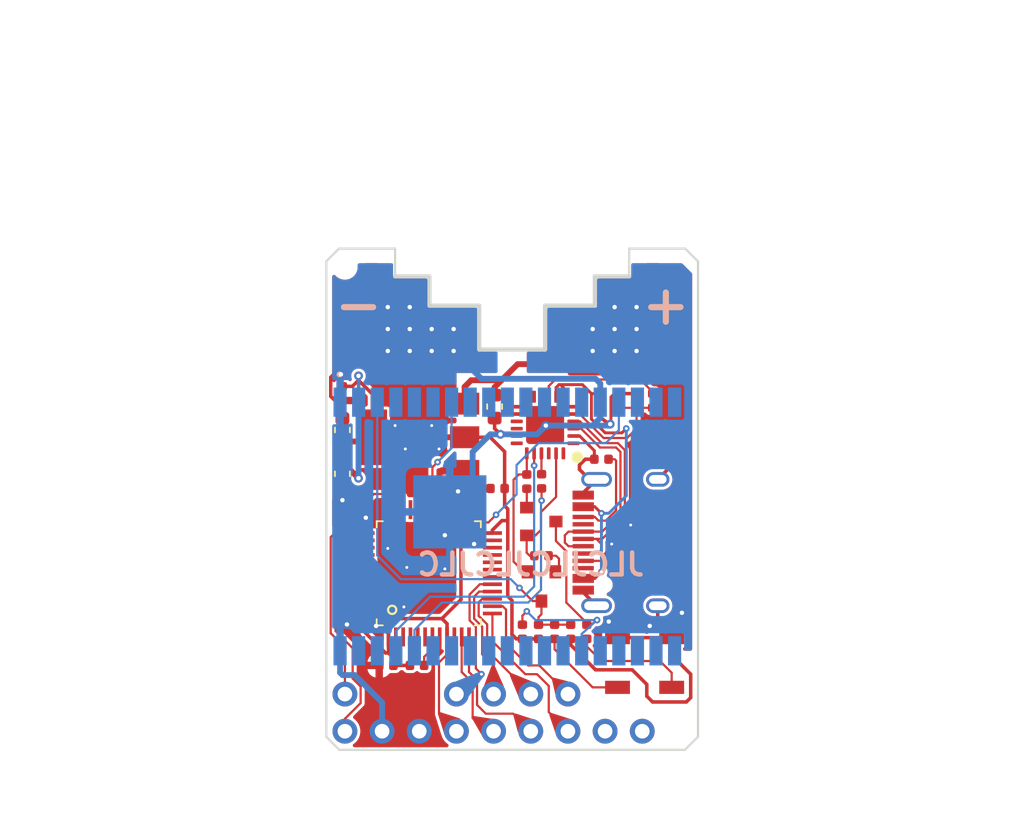
<source format=kicad_pcb>
(kicad_pcb (version 20241229) (generator "pcbnew") (generator_version "9.0")
  (layers (0 "F.Cu" signal) (4 "In1.Cu" signal) (6 "In2.Cu" signal) (2 "B.Cu" signal) (13 "F.Paste" user) (15 "B.Paste" user) (5 "F.SilkS" user "F.Silkscreen") (7 "B.SilkS" user "B.Silkscreen") (1 "F.Mask" user) (3 "B.Mask" user) (25 "Edge.Cuts" user))
  (net 0 "")
  (net 1 "Net-(U4-REGIN)")
  (net 2 "Net-(J1-Pin_6)")
  (net 3 "Net-(J1-Pin_3)")
  (net 4 "Net-(J1-Pin_4)")
  (net 5 "Net-(J1-Pin_5)")
  (net 6 "Net-(U4-D+)")
  (net 7 "Net-(J2-CC2)")
  (net 9 "Net-(U4-D-)")
  (net 11 "Net-(J2-CC1)")
  (net 12 "Net-(J3-Pin_4)")
  (net 13 "Net-(J3-Pin_2)")
  (net 14 "Net-(J3-Pin_1)")
  (net 15 "Net-(J3-Pin_3)")
  (net 16 "Net-(Q1-G)")
  (net 17 "Net-(Q1-S)")
  (net 18 "Net-(Q2-S)")
  (net 19 "Net-(Q2-G)")
  (net 20 "Net-(U4-TXD)")
  (net 21 "Net-(U4-~{RST})")
  (net 22 "Net-(U2-NRST)")
  (net 23 "Net-(U2-BOOT0)")
  (net 24 "Net-(SW1-A)")
  (net 25 "Net-(SW2-A)")
  (net 46 "GND")
  (net 48 "+5V")
  (net 49 "3V3")
  (net 50 "VIO")
  (net 51 "ESPEN")
  (net 60 "ESPRST")
  (net 61 "ESPRX")
  (net 66 "ESPTX")
  (net 67 "STMTX")
  (net 68 "STMRX")
  (net 69 "SWDIO")
  (net 70 "SWDCLK")
  (footprint "Connector_PinHeader_2.54mm:PinHeader_1x08_P2.54mm_Vertical" (layer "F.Cu") (at 0 0 90)
    (property "Reference" "J1" (hide yes))
    (property "Value" "Conn_01x08_Male")
  )
  (footprint "MountingHole:MountingHole_3.2mm_M3" (layer "F.Cu") (at -11.43 -31.75)
    (property "Reference" "REF**" (hide yes))
    (property "Value" "MountingHole_3.2mm_M3")
  )
  (footprint "MountingHole:MountingHole_3.2mm_M3" (layer "F.Cu") (at 11.43 0)
    (property "Reference" "REF**" (hide yes))
    (property "Value" "MountingHole_3.2mm_M3")
  )
  (footprint "Connector_PinHeader_2.54mm:PinHeader_1x04_P2.54mm_Vertical" (layer "F.Cu") (at -3.81 -2.54 90)
    (property "Reference" "J3" (hide yes))
    (property "Value" "Conn_01x04_Male")
  )
  (footprint "Connector_PinHeader_2.54mm:PinHeader_1x02_P2.54mm_Vertical" (layer "F.Cu") (at -11.43 -2.54)
    (property "Reference" "J4" (hide yes))
    (property "Value" "Conn_01x02_Male")
  )
  (footprint "Package_TO_SOT_SMD:SOT-23" (layer "F.Cu") (at 1.99 -14.34)
    (property "Reference" "Q2" (hide yes))
    (property "Value" "AO3400")
  )
  (footprint "Package_TO_SOT_SMD:SOT-23" (layer "F.Cu") (at 2 -9.9 -90)
    (property "Reference" "Q1" (hide yes))
    (property "Value" "AO3400")
  )
  (footprint "Package_DFN_QFN:QFN-24-1EP_4x4mm_P0.5mm_EP2.6x2.6mm" (layer "F.Cu") (at 2.25 -20.9375 90)
    (property "Reference" "U4" (hide yes))
    (property "Value" "CP2104")
  )
  (footprint "footprints:USB_C_Receptacle_HRO_TYPE-C-31-M-12" (layer "F.Cu") (at 8.9 -12.9 90)
    (property "Reference" "J2" (hide yes))
    (property "Value" "USB_C_Receptacle_USB2.0")
  )
  (footprint "Button_Switch_SMD:SW_SPST_B3U-1000P" (layer "F.Cu") (at 7.2 -4.7 90)
    (property "Reference" "SW1" (hide yes))
    (property "Value" "SW_SPST")
  )
  (footprint "Button_Switch_SMD:SW_SPST_B3U-1000P" (layer "F.Cu") (at 10.9 -4.7 90)
    (property "Reference" "SW2" (hide yes))
    (property "Value" "SW_SPST")
  )
  (footprint "esp32-wrover:C_0603_1608Metric" (layer "F.Cu") (at -1.2 -22.2 -90)
    (property "Reference" "C2" (hide yes))
    (property "Value" "10uF")
  )
  (footprint "Resistor_SMD:R_0402_1005Metric" (layer "F.Cu") (at 2.01 -17.09 90)
    (property "Reference" "R1" (hide yes))
    (property "Value" "1k")
  )
  (footprint "Package_TO_SOT_SMD:SOT-223-3_TabPin2" (layer "F.Cu") (at -6.4 -20.1)
    (property "Reference" "U3" (hide yes))
    (property "Value" "AMS1117-3.3")
  )
  (footprint "esp32-wrover:C_0603_1608Metric" (layer "F.Cu") (at -11.6 -17.6 -90)
    (property "Reference" "C9" (hide yes))
    (property "Value" "10uF")
  )
  (footprint "esp32-wrover:C_0603_1608Metric" (layer "F.Cu") (at -11.6 -20.6 90)
    (property "Reference" "C4" (hide yes))
    (property "Value" "10uF")
  )
  (footprint "Capacitor_SMD:C_0402_1005Metric" (layer "F.Cu") (at -1 -16.6 180)
    (property "Reference" "C10" (hide yes))
    (property "Value" "100nF")
  )
  (footprint "Capacitor_SMD:C_0402_1005Metric" (layer "F.Cu") (at 6.1 -22.6 -90)
    (property "Reference" "C1" (hide yes))
    (property "Value" "1uF")
  )
  (footprint "Capacitor_SMD:C_0402_1005Metric" (layer "F.Cu") (at 8.5 -22.6 90)
    (property "Reference" "C3" (hide yes))
    (property "Value" "100nF")
  )
  (footprint "Capacitor_SMD:C_0402_1005Metric" (layer "F.Cu") (at -11.6 -23.1 -90)
    (property "Reference" "C5" (hide yes))
    (property "Value" "100nF")
  )
  (footprint "Capacitor_SMD:C_0402_1005Metric" (layer "F.Cu") (at 7.4 -22.6 90)
    (property "Reference" "C6" (hide yes))
    (property "Value" "1uF")
  )
  (footprint "Capacitor_SMD:C_0402_1005Metric" (layer "F.Cu") (at -8.6 -4.5 180)
    (property "Reference" "C8" (hide yes))
    (property "Value" "100nF")
  )
  (footprint "Resistor_SMD:R_0402_1005Metric" (layer "F.Cu") (at 9.6 -22.6 90)
    (property "Reference" "R2" (hide yes))
    (property "Value" "10k")
  )
  (footprint "Resistor_SMD:R_0402_1005Metric" (layer "F.Cu") (at 2 -12 180)
    (property "Reference" "R3" (hide yes))
    (property "Value" "10k")
  )
  (footprint "Resistor_SMD:R_0402_1005Metric" (layer "F.Cu") (at 1 -17.07 90)
    (property "Reference" "R4" (hide yes))
    (property "Value" "10k")
  )
  (footprint "Resistor_SMD:R_0402_1005Metric" (layer "F.Cu") (at 1.8 -6.8 90)
    (property "Reference" "R5" (hide yes))
    (property "Value" "10k")
  )
  (footprint "Resistor_SMD:R_0402_1005Metric" (layer "F.Cu") (at -6.5 -4.5 180)
    (property "Reference" "R6" (hide yes))
    (property "Value" "10k")
  )
  (footprint "Resistor_SMD:R_0402_1005Metric" (layer "F.Cu") (at -11.41 -9.57 -90)
    (property "Reference" "R7" (hide yes))
    (property "Value" "10k")
  )
  (footprint "Resistor_SMD:R_0402_1005Metric" (layer "F.Cu") (at 9.3 -18.6 180)
    (property "Reference" "R8" (hide yes))
    (property "Value" "5.1k")
  )
  (footprint "Resistor_SMD:R_0402_1005Metric" (layer "F.Cu") (at 6.1 -18.6)
    (property "Reference" "R9" (hide yes))
    (property "Value" "5.1k")
  )
  (footprint "Resistor_SMD:R_0402_1005Metric" (layer "F.Cu") (at 2.9 -6.8 -90)
    (property "Reference" "R10" (hide yes))
    (property "Value" "470 Ohm")
  )
  (footprint "Resistor_SMD:R_0402_1005Metric" (layer "F.Cu") (at 0.7 -6.8 90)
    (property "Reference" "R11" (hide yes))
    (property "Value" "10k")
  )
  (footprint "Resistor_SMD:R_0402_1005Metric" (layer "F.Cu") (at 5.1 -6.8 -90)
    (property "Reference" "R12" (hide yes))
    (property "Value" "470 Ohm")
  )
  (footprint "Package_QFP:LQFP-48_7x7mm_P0.5mm" (layer "F.Cu") (at -5.7 -10.8 90)
    (property "Reference" "U2" (hide yes))
    (property "Value" "STM32F030C8Tx")
  )
  (footprint "Capacitor_SMD:C_0402_1005Metric" (layer "F.Cu") (at 4 -6.8 -90)
    (property "Reference" "C7" (hide yes))
    (property "Value" "1uF")
  )
  (footprint "esp32-wrover:XCVR_ESP32-WROVER" (layer "B.Cu") (at -3.5 -14 -90)
    (property "Reference" "U1" (hide yes))
    (property "Value" "ESP32-WROVER")
  )
  (gr_line (start 9.5 -29) (end 11.5 -29) (stroke (width 0.4)) (layer "F.SilkS"))
  (gr_line (start 10.5 -28) (end 10.5 -30) (stroke (width 0.4)) (layer "F.SilkS"))
  (gr_line (start -11.5 -29) (end -9.5 -29) (stroke (width 0.4)) (layer "F.SilkS"))
  (gr_line (start 9.5 -29) (end 11.5 -29) (stroke (width 0.4)) (layer "B.SilkS"))
  (gr_line (start -11.5 -29) (end -9.5 -29) (stroke (width 0.4)) (layer "B.SilkS"))
  (gr_line (start 10.5 -28) (end 10.5 -30) (stroke (width 0.4)) (layer "B.SilkS"))
  (gr_line (start 5.649267 -31.09991) (end 5.649267 -29.100034) (stroke (width 0.282843)) (layer "Edge.Cuts"))
  (gr_line (start -12.7 0.381) (end -12.7 -32.131) (stroke (width 0.15)) (layer "Edge.Cuts"))
  (gr_line (start -2.249992 -26.099698) (end -2.249992 -29.100034) (stroke (width 0.282843)) (layer "Edge.Cuts"))
  (gr_line (start 12.7 0.381) (end 12.7 -32.131) (stroke (width 0.15)) (layer "Edge.Cuts"))
  (gr_line (start -12.7 0.381) (end -11.811 1.27) (stroke (width 0.15)) (layer "Edge.Cuts"))
  (gr_line (start -11.83 -33) (end -8 -33) (stroke (width 0.15)) (layer "Edge.Cuts"))
  (gr_line (start -5.649784 -31.09991) (end -8.000028 -31.09991) (stroke (width 0.282843)) (layer "Edge.Cuts"))
  (gr_line (start 8 -33) (end 11.83 -33) (stroke (width 0.15)) (layer "Edge.Cuts"))
  (gr_line (start 11.83 -33) (end 12.7 -32.131) (stroke (width 0.15)) (layer "Edge.Cuts"))
  (gr_line (start -11.811 1.27) (end 11.811 1.27) (stroke (width 0.15)) (layer "Edge.Cuts"))
  (gr_line (start 2.249992 -26.099698) (end -2.249992 -26.099698) (stroke (width 0.282843)) (layer "Edge.Cuts"))
  (gr_line (start -2.249992 -29.100034) (end -5.649784 -29.100034) (stroke (width 0.282843)) (layer "Edge.Cuts"))
  (gr_line (start 11.811 1.27) (end 12.7 0.381) (stroke (width 0.15)) (layer "Edge.Cuts"))
  (gr_line (start -5.649784 -29.100034) (end -5.649784 -31.09991) (stroke (width 0.282843)) (layer "Edge.Cuts"))
  (gr_line (start -8 -31.1) (end -8 -33) (stroke (width 0.15)) (layer "Edge.Cuts"))
  (gr_line (start 7.999512 -31.09991) (end 5.649267 -31.09991) (stroke (width 0.282843)) (layer "Edge.Cuts"))
  (gr_line (start 5.649267 -29.100034) (end 2.249992 -29.100034) (stroke (width 0.282843)) (layer "Edge.Cuts"))
  (gr_line (start -12.7 -32.131) (end -11.83 -33) (stroke (width 0.15)) (layer "Edge.Cuts"))
  (gr_line (start 2.249992 -29.100034) (end 2.249992 -26.099698) (stroke (width 0.282843)) (layer "Edge.Cuts"))
  (gr_line (start 8 -31.1) (end 8 -33) (stroke (width 0.15)) (layer "Edge.Cuts"))
  (gr_text "JLCJLCJLCJLC" (at 1.27 -11.4 0) (layer "B.SilkS") (effects (font (size 1.5 1.5) (thickness 0.3)) (justify mirror)))
  (segment (start 3 -23.5) (end 3.2 -23.7) (width 0.2) (layer "F.Cu") (net 1))
  (segment (start 3.2 -23.7) (end 3.3 -23.7) (width 0.2) (layer "F.Cu") (net 1))
  (segment (start 3.3 -23.7) (end 3.5 -23.5) (width 0.2) (layer "F.Cu") (net 1))
  (segment (start 3.5 -23.5) (end 3.5 -22.875) (width 0.2) (layer "F.Cu") (net 1))
  (segment (start 4.8 -23.7) (end 5.415 -23.085) (width 0.2) (layer "F.Cu") (net 1))
  (segment (start 5.415 -23.085) (end 6.1 -23.085) (width 0.2) (layer "F.Cu") (net 1))
  (segment (start 6.1 -14.9) (end 5.65 -15.35) (width 0.2) (layer "F.Cu") (net 1))
  (segment (start 5.65 -15.35) (end 4.855 -15.35) (width 0.2) (layer "F.Cu") (net 1))
  (segment (start 6.1 -10.9) (end 5.65 -10.45) (width 0.2) (layer "F.Cu") (net 1))
  (segment (start 5.65 -10.45) (end 4.855 -10.45) (width 0.2) (layer "F.Cu") (net 1))
  (segment (start 5.415 -21.344622) (end 6.359622 -20.4) (width 0.2) (layer "F.Cu") (net 1))
  (segment (start 6.359622 -20.4) (end 7.5 -20.4) (width 0.2) (layer "F.Cu") (net 1))
  (segment (start 7.5 -20.4) (end 7.8 -20.7) (width 0.2) (layer "F.Cu") (net 1))
  (segment (start 5.415 -21.344622) (end 5.415 -23.085) (width 0.2) (layer "F.Cu") (net 1))
  (segment (start 3 -22.875) (end 3 -23.5) (width 0.2) (layer "F.Cu") (net 1))
  (segment (start 3.3 -23.7) (end 4.8 -23.7) (width 0.2) (layer "F.Cu") (net 1))
  (via (at 7.8 -20.7) (size 0.45) (drill 0.2) (layers "F.Cu" "B.Cu") (net 1))
  (via (at 6.1 -14.9) (size 0.45) (drill 0.2) (layers "F.Cu" "B.Cu") (net 1))
  (via (at 6.1 -10.9) (size 0.45) (drill 0.2) (layers "F.Cu" "B.Cu") (net 1))
  (segment (start 7.8 -20.7) (end 7.8 -16.1) (width 0.2) (layer "B.Cu") (net 1))
  (segment (start 7.8 -16.1) (end 6.6 -14.9) (width 0.2) (layer "B.Cu") (net 1))
  (segment (start 6.1 -14.9) (end 6.6 -14.9) (width 0.2) (layer "B.Cu") (net 1))
  (segment (start 6.1 -14.9) (end 6.1 -10.9) (width 0.2) (layer "B.Cu") (net 1))
  (segment (start -1.35 -6.15) (end 0.9 -3.9) (width 0.15) (layer "F.Cu") (net 2))
  (segment (start 0.9 -3.9) (end 1.7 -3.9) (width 0.15) (layer "F.Cu") (net 2))
  (segment (start 1.7 -3.9) (end 2.5 -3.1) (width 0.15) (layer "F.Cu") (net 2))
  (segment (start 2.5 -3.1) (end 2.5 -1.31) (width 0.15) (layer "F.Cu") (net 2))
  (segment (start 3.81 0) (end 2.5 -1.31) (width 0.15) (layer "F.Cu") (net 2))
  (segment (start -1.35 -6.15) (end -1.35 -8.05) (width 0.15) (layer "F.Cu") (net 2))
  (segment (start -1.35 -8.05) (end -1.35 -7.95) (width 0.15) (layer "F.Cu") (net 2))
  (segment (start -3.95 -6.45) (end -3.95 -5.75) (width 0.15) (layer "F.Cu") (net 3))
  (segment (start -3.95 -5.75) (end -5 -4.7) (width 0.15) (layer "F.Cu") (net 3))
  (segment (start -5 -1.19) (end -3.81 0) (width 0.15) (layer "F.Cu") (net 3))
  (segment (start -5 -4.7) (end -5 -1.19) (width 0.15) (layer "F.Cu") (net 3))
  (segment (start -3.45 -4.05) (end -2.7 -3.3) (width 0.15) (layer "F.Cu") (net 4))
  (segment (start -2.7 -0.9) (end -1.8 0) (width 0.15) (layer "F.Cu") (net 4))
  (segment (start -1.8 0) (end -1.27 0) (width 0.15) (layer "F.Cu") (net 4))
  (segment (start -3.45 -6.45) (end -3.45 -4.05) (width 0.15) (layer "F.Cu") (net 4))
  (segment (start -2.7 -3.3) (end -2.7 -0.9) (width 0.15) (layer "F.Cu") (net 4))
  (segment (start -2.399998 -1.799998) (end -1.8 -1.2) (width 0.15) (layer "F.Cu") (net 5))
  (segment (start -2.95 -4.05) (end -2.399998 -3.499998) (width 0.15) (layer "F.Cu") (net 5))
  (segment (start -1.8 -1.2) (end 0.07 -1.2) (width 0.15) (layer "F.Cu") (net 5))
  (segment (start 0.07 -1.2) (end 1.27 0) (width 0.15) (layer "F.Cu") (net 5))
  (segment (start -2.399998 -3.499998) (end -2.399998 -1.799998) (width 0.15) (layer "F.Cu") (net 5))
  (segment (start -2.95 -6.45) (end -2.95 -4.05) (width 0.15) (layer "F.Cu") (net 5))
  (segment (start 3.85 -12.65) (end 3.6 -12.9) (width 0.15) (layer "F.Cu") (net 6))
  (segment (start 3.6 -12.9) (end 3.6 -13.4) (width 0.15) (layer "F.Cu") (net 6))
  (segment (start 3.6 -13.4) (end 3.85 -13.65) (width 0.15) (layer "F.Cu") (net 6))
  (segment (start 3.85 -13.65) (end 4.855 -13.65) (width 0.15) (layer "F.Cu") (net 6))
  (segment (start 4.6125 -20.6875) (end 4.1875 -20.6875) (width 0.15) (layer "F.Cu") (net 6))
  (segment (start 7.4 -19.1) (end 7.100002 -19.399998) (width 0.15) (layer "F.Cu") (net 6))
  (segment (start 7.4 -14.9) (end 7.4 -19.1) (width 0.15) (layer "F.Cu") (net 6))
  (segment (start 6.15 -13.65) (end 7.4 -14.9) (width 0.15) (layer "F.Cu") (net 6))
  (segment (start 6.000002 -19.399998) (end 7.100002 -19.399998) (width 0.15) (layer "F.Cu") (net 6))
  (segment (start 4.7125 -20.6875) (end 4.1875 -20.6875) (width 0.15) (layer "F.Cu") (net 6))
  (segment (start 4.855 -12.65) (end 3.85 -12.65) (width 0.15) (layer "F.Cu") (net 6))
  (segment (start 4.7125 -20.6875) (end 6.000002 -19.399998) (width 0.15) (layer "F.Cu") (net 6))
  (segment (start 4.855 -13.65) (end 6.15 -13.65) (width 0.15) (layer "F.Cu") (net 6))
  (segment (start 5.65 -14.65) (end 5.9 -14.4) (width 0.15) (layer "F.Cu") (net 7))
  (segment (start 5.9 -14.4) (end 6.4 -14.4) (width 0.15) (layer "F.Cu") (net 7))
  (segment (start 6.4 -14.4) (end 7.1 -15.1) (width 0.15) (layer "F.Cu") (net 7))
  (segment (start 7.1 -18.5) (end 7 -18.6) (width 0.15) (layer "F.Cu") (net 7))
  (segment (start 7 -18.6) (end 6.585 -18.6) (width 0.15) (layer "F.Cu") (net 7))
  (segment (start 4.855 -14.65) (end 5.65 -14.65) (width 0.15) (layer "F.Cu") (net 7))
  (segment (start 7.1 -15.1) (end 7.1 -18.5) (width 0.15) (layer "F.Cu") (net 7))
  (segment (start 5.85 -12.15) (end 6.1 -12.4) (width 0.15) (layer "F.Cu") (net 9))
  (segment (start 6.1 -12.4) (end 6.1 -12.8) (width 0.15) (layer "F.Cu") (net 9))
  (segment (start 6.1 -12.8) (end 5.75 -13.15) (width 0.15) (layer "F.Cu") (net 9))
  (segment (start 5.75 -13.15) (end 4.855 -13.15) (width 0.15) (layer "F.Cu") (net 9))
  (segment (start 7.7 -14.7) (end 7.7 -19.224279) (width 0.15) (layer "F.Cu") (net 9))
  (segment (start 4.636779 -21.1875) (end 4.1875 -21.1875) (width 0.15) (layer "F.Cu") (net 9))
  (segment (start 6.15 -13.15) (end 7.7 -14.7) (width 0.15) (layer "F.Cu") (net 9))
  (segment (start 5.75 -13.15) (end 6.15 -13.15) (width 0.15) (layer "F.Cu") (net 9))
  (segment (start 6.12427 -19.700009) (end 4.636779 -21.1875) (width 0.15) (layer "F.Cu") (net 9))
  (segment (start 4.855 -12.15) (end 5.85 -12.15) (width 0.15) (layer "F.Cu") (net 9))
  (segment (start 7.22427 -19.700009) (end 6.12427 -19.700009) (width 0.15) (layer "F.Cu") (net 9))
  (segment (start 7.7 -19.224279) (end 7.22427 -19.700009) (width 0.15) (layer "F.Cu") (net 9))
  (segment (start 5.73 -11.65) (end 4.855 -11.65) (width 0.15) (layer "F.Cu") (net 11))
  (segment (start 8.815 -13.715) (end 6.75 -11.65) (width 0.15) (layer "F.Cu") (net 11))
  (segment (start 6.75 -11.65) (end 5.73 -11.65) (width 0.15) (layer "F.Cu") (net 11))
  (segment (start 8.815 -18.6) (end 8.815 -13.715) (width 0.15) (layer "F.Cu") (net 11))
  (segment (start -0.42 -6.02) (end 1.1 -4.5) (width 0.15) (layer "F.Cu") (net 12))
  (segment (start -1.35 -8.55) (end -0.65 -8.55) (width 0.15) (layer "F.Cu") (net 12))
  (segment (start -0.42 -8.32) (end -0.42 -6.02) (width 0.15) (layer "F.Cu") (net 12))
  (segment (start 1.1 -4.5) (end 1.85 -4.5) (width 0.15) (layer "F.Cu") (net 12))
  (segment (start 1.85 -4.5) (end 3.81 -2.54) (width 0.15) (layer "F.Cu") (net 12))
  (segment (start -0.65 -8.55) (end -0.42 -8.32) (width 0.15) (layer "F.Cu") (net 12))
  (segment (start -1.27 -4.48) (end -2.05 -5.26) (width 0.15) (layer "F.Cu") (net 13))
  (segment (start -2.25 -9.55) (end -2.6 -9.2) (width 0.15) (layer "F.Cu") (net 13))
  (segment (start -2.6 -9.2) (end -2.6 -7.7) (width 0.15) (layer "F.Cu") (net 13))
  (segment (start -1.35 -9.55) (end -2.25 -9.55) (width 0.15) (layer "F.Cu") (net 13))
  (segment (start -1.27 -2.54) (end -1.27 -4.48) (width 0.15) (layer "F.Cu") (net 13))
  (segment (start -2.6 -7.7) (end -2.05 -7.15) (width 0.15) (layer "F.Cu") (net 13))
  (segment (start -2.05 -7.15) (end -2.05 -5.26) (width 0.15) (layer "F.Cu") (net 13))
  (segment (start -2.21 -10.05) (end -2.91 -9.35) (width 0.15) (layer "F.Cu") (net 14))
  (segment (start -2.91 -9.35) (end -2.91 -7.579998) (width 0.15) (layer "F.Cu") (net 14))
  (segment (start -2.91 -7.579998) (end -2.48 -7.149998) (width 0.15) (layer "F.Cu") (net 14))
  (segment (start -2.48 -7.149998) (end -2.48 -4.29) (width 0.15) (layer "F.Cu") (net 14))
  (segment (start -2.48 -4.29) (end -2.05 -3.86) (width 0.15) (layer "F.Cu") (net 14))
  (segment (start -1.35 -10.05) (end -2.21 -10.05) (width 0.15) (layer "F.Cu") (net 14))
  (via (at -2.1 -3.9) (size 0.45) (drill 0.2) (layers "F.Cu" "B.Cu") (net 14))
  (segment (start -2.05 -3.86) (end -3.37 -2.54) (width 0.24) (layer "B.Cu") (net 14))
  (segment (start -3.37 -2.54) (end -3.81 -2.54) (width 0.15) (layer "B.Cu") (net 14))
  (segment (start -1.71 -7.31) (end -1.71 -5.52) (width 0.15) (layer "F.Cu") (net 15))
  (segment (start -2.05 -9.05) (end -2.287867 -8.812133) (width 0.15) (layer "F.Cu") (net 15))
  (segment (start -2.287867 -8.812133) (end -2.287867 -7.887867) (width 0.15) (layer "F.Cu") (net 15))
  (segment (start -0.045 -3.855) (end -1.71 -5.52) (width 0.15) (layer "F.Cu") (net 15))
  (segment (start -2.287867 -7.887867) (end -1.71 -7.31) (width 0.15) (layer "F.Cu") (net 15))
  (segment (start -0.045 -3.855) (end 1.27 -2.54) (width 0.15) (layer "F.Cu") (net 15))
  (segment (start -2.05 -9.05) (end -1.35 -9.05) (width 0.15) (layer "F.Cu") (net 15))
  (segment (start 3 -12) (end 3.2 -11.8) (width 0.15) (layer "F.Cu") (net 16))
  (segment (start 3.2 -11.8) (end 3.2 -11.15) (width 0.15) (layer "F.Cu") (net 16))
  (segment (start 3.2 -11.15) (end 2.95 -10.9) (width 0.15) (layer "F.Cu") (net 16))
  (segment (start 2.485 -12) (end 3 -12) (width 0.15) (layer "F.Cu") (net 16))
  (segment (start 0.795002 -10.9) (end 0.095002 -11.6) (width 0.15) (layer "F.Cu") (net 17))
  (segment (start 0.095002 -11.6) (end 0.095002 -17.195002) (width 0.15) (layer "F.Cu") (net 17))
  (segment (start 0.095002 -17.195002) (end 0.455 -17.555) (width 0.15) (layer "F.Cu") (net 17))
  (segment (start 0.455 -17.555) (end 1 -17.555) (width 0.15) (layer "F.Cu") (net 17))
  (segment (start 1.05 -10.9) (end 0.795002 -10.9) (width 0.15) (layer "F.Cu") (net 17))
  (segment (start 1 -19) (end 1 -17.555) (width 0.15) (layer "F.Cu") (net 17))
  (segment (start 0.99 -12.21) (end 1.2 -12) (width 0.15) (layer "F.Cu") (net 18))
  (segment (start 1.2 -12) (end 1.515 -12) (width 0.15) (layer "F.Cu") (net 18))
  (segment (start 3 -16.02) (end 1.97 -14.99) (width 0.15) (layer "F.Cu") (net 18))
  (segment (start 1.97 -14.99) (end 1.97 -13.77) (width 0.15) (layer "F.Cu") (net 18))
  (segment (start 1.97 -13.77) (end 1.59 -13.39) (width 0.15) (layer "F.Cu") (net 18))
  (segment (start 1.59 -13.39) (end 0.99 -13.39) (width 0.15) (layer "F.Cu") (net 18))
  (segment (start 0.99 -13.39) (end 0.99 -12.21) (width 0.15) (layer "F.Cu") (net 18))
  (segment (start 3 -19) (end 3 -16.02) (width 0.15) (layer "F.Cu") (net 18))
  (segment (start 1 -15.3) (end 0.99 -15.29) (width 0.15) (layer "F.Cu") (net 19))
  (segment (start 1 -16.585) (end 1 -15.3) (width 0.15) (layer "F.Cu") (net 19))
  (segment (start 2 -17.585) (end 2.01 -17.575) (width 0.15) (layer "F.Cu") (net 20))
  (segment (start 2 -19) (end 2 -17.585) (width 0.15) (layer "F.Cu") (net 20))
  (segment (start 9.4 -23.4) (end 8.75 -24.05) (width 0.15) (layer "F.Cu") (net 21))
  (segment (start 8.75 -24.05) (end 2.95 -24.05) (width 0.15) (layer "F.Cu") (net 21))
  (segment (start 2.95 -24.05) (end 2.5 -23.6) (width 0.15) (layer "F.Cu") (net 21))
  (segment (start 2.5 -23.6) (end 2.5 -22.875) (width 0.15) (layer "F.Cu") (net 21))
  (segment (start 9.4 -23.085) (end 9.4 -23.4) (width 0.18) (layer "F.Cu") (net 21))
  (segment (start -5.45 -5.65) (end -6.015 -5.085) (width 0.15) (layer "F.Cu") (net 22))
  (segment (start -6.015 -5.085) (end -6.015 -4.5) (width 0.15) (layer "F.Cu") (net 22))
  (segment (start -5.45 -6.45) (end -5.45 -5.65) (width 0.15) (layer "F.Cu") (net 22))
  (segment (start -10.055 -10.055) (end -10.05 -10.05) (width 0.15) (layer "F.Cu") (net 23))
  (segment (start -11.41 -10.055) (end -10.055 -10.055) (width 0.15) (layer "F.Cu") (net 23))
  (segment (start 2.9 -5.6) (end 5.5 -3) (width 0.15) (layer "F.Cu") (net 24))
  (segment (start 5.5 -3) (end 7.2 -3) (width 0.15) (layer "F.Cu") (net 24))
  (segment (start 2.9 -6.315) (end 2.9 -5.6) (width 0.15) (layer "F.Cu") (net 24))
  (segment (start 5 -5.9) (end 6.1 -4.8) (width 0.15) (layer "F.Cu") (net 25))
  (segment (start 6.1 -4.8) (end 10.1 -4.8) (width 0.15) (layer "F.Cu") (net 25))
  (segment (start 10.1 -4.8) (end 10.9 -4) (width 0.15) (layer "F.Cu") (net 25))
  (segment (start 10.9 -4) (end 10.9 -3) (width 0.15) (layer "F.Cu") (net 25))
  (segment (start 5 -6.315) (end 5 -5.9) (width 0.15) (layer "F.Cu") (net 25))
  (segment (start -8.5 -26) (end -8.3 -25.8) (width 0.4) (layer "F.Cu") (net 46))
  (segment (start 6.7 -21) (end 6.65 -21.05) (width 0.4) (layer "F.Cu") (net 46))
  (segment (start 6.65 -21.05) (end 6.56 -21.05) (width 0.4) (layer "F.Cu") (net 46))
  (segment (start -9.085 -0.195) (end -8.89 0) (width 0.24) (layer "F.Cu") (net 46))
  (segment (start -11.7 -24.4) (end -11.6 -24.3) (width 0.24) (layer "F.Cu") (net 46))
  (segment (start -11.6 -22.615) (end -11.615 -22.6) (width 0.24) (layer "F.Cu") (net 46))
  (segment (start -11.615 -22.6) (end -12.1 -22.6) (width 0.24) (layer "F.Cu") (net 46))
  (segment (start -12.1 -22.6) (end -12.4 -22.9) (width 0.24) (layer "F.Cu") (net 46))
  (segment (start -12.4 -22.9) (end -12.4 -24.2) (width 0.24) (layer "F.Cu") (net 46))
  (segment (start -12.4 -24.2) (end -12.2 -24.4) (width 0.24) (layer "F.Cu") (net 46))
  (segment (start -12.2 -24.4) (end -11.7 -24.4) (width 0.24) (layer "F.Cu") (net 46))
  (segment (start 4 -5.9) (end 5.7 -4.2) (width 0.24) (layer "F.Cu") (net 46))
  (segment (start 5.7 -4.2) (end 8.2 -4.2) (width 0.24) (layer "F.Cu") (net 46))
  (segment (start 8.2 -4.2) (end 9.2 -3.2) (width 0.24) (layer "F.Cu") (net 46))
  (segment (start 9.2 -3.2) (end 9.2 -2.4) (width 0.24) (layer "F.Cu") (net 46))
  (segment (start 9.2 -2.4) (end 9.6 -2) (width 0.24) (layer "F.Cu") (net 46))
  (segment (start 9.6 -2) (end 11.9 -2) (width 0.24) (layer "F.Cu") (net 46))
  (segment (start 11.9 -2) (end 12.2 -2.3) (width 0.24) (layer "F.Cu") (net 46))
  (segment (start 12.2 -2.3) (end 12.2 -3.9) (width 0.24) (layer "F.Cu") (net 46))
  (segment (start 12.2 -3.9) (end 10.9 -5.2) (width 0.24) (layer "F.Cu") (net 46))
  (segment (start 10.9 -5.2) (end 10.9 -6.4) (width 0.24) (layer "F.Cu") (net 46))
  (segment (start -4.95 -5.55) (end -5.395002 -5.104998) (width 0.24) (layer "F.Cu") (net 46))
  (segment (start -2.35 -13.05) (end -2.6 -12.8) (width 0.24) (layer "F.Cu") (net 46))
  (segment (start -11.2 -8.55) (end -11.41 -8.76) (width 0.24) (layer "F.Cu") (net 46))
  (segment (start -11.41 -8.76) (end -11.41 -9.085) (width 0.24) (layer "F.Cu") (net 46))
  (segment (start -9.085 -5.095) (end -9.085 -4.5) (width 0.24) (layer "F.Cu") (net 46))
  (segment (start -6.35 -0.95) (end -5.395002 -1.904998) (width 0.24) (layer "F.Cu") (net 46))
  (segment (start 6.1 -21.4) (end 6.56 -21.05) (width 0.24) (layer "F.Cu") (net 46))
  (segment (start 4.855 -16.305) (end 5.77 -17.22) (width 0.24) (layer "F.Cu") (net 46))
  (segment (start 4.855 -9.495) (end 5.77 -8.58) (width 0.24) (layer "F.Cu") (net 46))
  (segment (start 5 -18.6) (end 4.6 -18.2) (width 0.24) (layer "F.Cu") (net 46))
  (segment (start 4.6 -18.2) (end 4.6 -17.9) (width 0.24) (layer "F.Cu") (net 46))
  (segment (start 4.6 -17.9) (end 5.28 -17.22) (width 0.24) (layer "F.Cu") (net 46))
  (segment (start 5.28 -17.22) (end 5.77 -17.22) (width 0.24) (layer "F.Cu") (net 46))
  (segment (start 10.4 -18.6) (end 10.7 -18.3) (width 0.24) (layer "F.Cu") (net 46))
  (segment (start 10.7 -18.3) (end 10.7 -17.97) (width 0.24) (layer "F.Cu") (net 46))
  (segment (start 10.7 -17.97) (end 9.95 -17.22) (width 0.24) (layer "F.Cu") (net 46))
  (segment (start 2.29 -20.8) (end 2.24 -20.75) (width 0.24) (layer "F.Cu") (net 46))
  (segment (start 2.24 -20.75) (end 2.24 -21.0375) (width 0.24) (layer "F.Cu") (net 46))
  (segment (start 2.3 -20.9) (end 2.24 -20.96) (width 0.24) (layer "F.Cu") (net 46))
  (segment (start 2.24 -20.96) (end 2.24 -21.0375) (width 0.24) (layer "F.Cu") (net 46))
  (segment (start -6.35 0) (end -6.35 -0.95) (width 0.24) (layer "F.Cu") (net 46))
  (segment (start -4.95 -5.55) (end -4.95 -6.45) (width 0.24) (layer "F.Cu") (net 46))
  (segment (start 5.615 -19.185168) (end 5.615 -19.02) (width 0.2) (layer "F.Cu") (net 46))
  (segment (start 10.9 -6.4) (end 10.9 -7.09) (width 0.24) (layer "F.Cu") (net 46))
  (segment (start -11.6 -21.3875) (end -11.6 -22.615) (width 0.24) (layer "F.Cu") (net 46))
  (segment (start -9.085 -4.5) (end -9.085 -0.195) (width 0.24) (layer "F.Cu") (net 46))
  (segment (start -3.04 -16.6) (end -1.485 -16.6) (width 0.4) (layer "F.Cu") (net 46))
  (segment (start 6.1 -22.115) (end 6.1 -21.4) (width 0.24) (layer "F.Cu") (net 46))
  (segment (start 4.612668 -20.1875) (end 5.615 -19.185168) (width 0.2) (layer "F.Cu") (net 46))
  (segment (start 5.615 -18.6) (end 5 -18.6) (width 0.24) (layer "F.Cu") (net 46))
  (segment (start 6.985 -23.085) (end 6.75 -22.85) (width 0.2) (layer "F.Cu") (net 46))
  (segment (start -3.25 -16.81) (end -3.04 -16.6) (width 0.4) (layer "F.Cu") (net 46))
  (segment (start -9.579999 -14.179999) (end -6.338627 -14.179999) (width 0.24) (layer "F.Cu") (net 46))
  (segment (start 6.75 -21.24) (end 6.56 -21.05) (width 0.2) (layer "F.Cu") (net 46))
  (segment (start -11.6 -15.8) (end -11.6 -16.8125) (width 0.4) (layer "F.Cu") (net 46))
  (segment (start -5.395002 -5.104998) (end -5.395002 -1.904998) (width 0.24) (layer "F.Cu") (net 46))
  (segment (start 10.9 -6.4) (end 7.2 -6.4) (width 0.24) (layer "F.Cu") (net 46))
  (segment (start -10.05 -8.55) (end -11.2 -8.55) (width 0.24) (layer "F.Cu") (net 46))
  (segment (start -1.35 -13.05) (end -2.35 -13.05) (width 0.24) (layer "F.Cu") (net 46))
  (segment (start 5.615 -19.02) (end 5.615 -18.6) (width 0.2) (layer "F.Cu") (net 46))
  (segment (start -3.25 -17.8) (end -3.25 -16.81) (width 0.4) (layer "F.Cu") (net 46))
  (segment (start 10.29 -7.5) (end 9.95 -7.84) (width 0.24) (layer "F.Cu") (net 46))
  (segment (start 5.77 -8.58) (end 5.92 -8.58) (width 0.24) (layer "F.Cu") (net 46))
  (segment (start -10 -14.6) (end -9.579999 -14.179999) (width 0.24) (layer "F.Cu") (net 46))
  (segment (start 9.95 -7.84) (end 9.95 -8.58) (width 0.24) (layer "F.Cu") (net 46))
  (segment (start -11.41 -7.42) (end -11.29 -7.3) (width 0.24) (layer "F.Cu") (net 46))
  (segment (start -3.5 -16.6) (end -3.7 -16.4) (width 0.24) (layer "F.Cu") (net 46))
  (segment (start 4.1875 -20.1875) (end 4.612668 -20.1875) (width 0.2) (layer "F.Cu") (net 46))
  (segment (start -1.2 -21.4125) (end -1.2 -20.7) (width 0.24) (layer "F.Cu") (net 46))
  (segment (start -1.2 -20.7) (end -0.8 -20.3) (width 0.24) (layer "F.Cu") (net 46))
  (segment (start 6.75 -22.85) (end 6.75 -21.24) (width 0.2) (layer "F.Cu") (net 46))
  (segment (start 10.49 -7.5) (end 10.29 -7.5) (width 0.24) (layer "F.Cu") (net 46))
  (segment (start 9.785 -18.6) (end 10.4 -18.6) (width 0.24) (layer "F.Cu") (net 46))
  (segment (start -11.29 -7.3) (end -9.085 -5.095) (width 0.24) (layer "F.Cu") (net 46))
  (segment (start 4 -6.315) (end 4 -5.9) (width 0.24) (layer "F.Cu") (net 46))
  (segment (start -11.41 -9.085) (end -11.41 -7.42) (width 0.24) (layer "F.Cu") (net 46))
  (segment (start -1.485 -16.6) (end -3.5 -16.6) (width 0.4) (layer "F.Cu") (net 46))
  (segment (start 4.855 -9.65) (end 4.855 -9.495) (width 0.24) (layer "F.Cu") (net 46))
  (segment (start 10.9 -7.09) (end 10.49 -7.5) (width 0.24) (layer "F.Cu") (net 46))
  (segment (start 4.855 -16.15) (end 4.855 -16.305) (width 0.24) (layer "F.Cu") (net 46))
  (segment (start 7.4 -23.085) (end 8.5 -23.085) (width 0.24) (layer "F.Cu") (net 46))
  (segment (start 7.4 -23.085) (end 6.985 -23.085) (width 0.2) (layer "F.Cu") (net 46))
  (via (at -8.5 -27.5) (size 0.6) (drill 0.3) (layers "F.Cu" "B.Cu") (net 46))
  (via (at -8.5 -26) (size 0.6) (drill 0.3) (layers "F.Cu" "B.Cu") (net 46))
  (via (at -8.5 -29) (size 0.6) (drill 0.3) (layers "F.Cu" "B.Cu") (net 46))
  (via (at -8 -20.9) (size 0.45) (drill 0.2) (layers "F.Cu" "B.Cu") (net 46))
  (via (at -7.3 -19.3) (size 0.45) (drill 0.2) (layers "F.Cu" "B.Cu") (net 46))
  (via (at -5 -19.3) (size 0.45) (drill 0.2) (layers "F.Cu" "B.Cu") (net 46))
  (via (at -4.6 -11.1) (size 0.45) (drill 0.2) (layers "F.Cu" "B.Cu") (net 46))
  (via (at -7.2 -11.2) (size 0.45) (drill 0.2) (layers "F.Cu" "B.Cu") (net 46))
  (via (at -8.5 -12.5) (size 0.45) (drill 0.2) (layers "F.Cu" "B.Cu") (net 46))
  (via (at -7.4 -8.5) (size 0.45) (drill 0.2) (layers "F.Cu" "B.Cu") (net 46))
  (via (at -10 -14.6) (size 0.6) (drill 0.3) (layers "F.Cu" "B.Cu") (net 46))
  (via (at -4 -27.5) (size 0.6) (drill 0.3) (layers "F.Cu" "B.Cu") (net 46))
  (via (at -5.5 -20.9) (size 0.45) (drill 0.2) (layers "F.Cu" "B.Cu") (net 46))
  (via (at 6.7 -21) (size 0.6) (drill 0.3) (layers "F.Cu" "B.Cu") (net 46))
  (via (at -5.5 -26) (size 0.6) (drill 0.3) (layers "F.Cu" "B.Cu") (net 46))
  (via (at -11.6 -15.8) (size 0.6) (drill 0.3) (layers "F.Cu" "B.Cu") (net 46))
  (via (at -7 -26) (size 0.6) (drill 0.3) (layers "F.Cu" "B.Cu") (net 46))
  (via (at -2.6 -12.8) (size 0.6) (drill 0.3) (layers "F.Cu" "B.Cu") (net 46))
  (via (at -4.6 -13.4) (size 0.6) (drill 0.3) (layers "F.Cu" "B.Cu") (net 46))
  (via (at -0.8 -20.3) (size 0.6) (drill 0.3) (layers "F.Cu" "B.Cu") (net 46))
  (via (at 2.3 -20.9) (size 0.6) (drill 0.3) (layers "F.Cu" "B.Cu") (net 46))
  (via (at -5.5 -27.5) (size 0.6) (drill 0.3) (layers "F.Cu" "B.Cu") (net 46))
  (via (at -7 -29) (size 0.6) (drill 0.3) (layers "F.Cu" "B.Cu") (net 46))
  (via (at -3.7 -16.4) (size 0.6) (drill 0.3) (layers "F.Cu" "B.Cu") (net 46))
  (via (at -9.3 -7.2) (size 0.6) (drill 0.3) (layers "F.Cu" "B.Cu") (net 46))
  (via (at -7 -27.5) (size 0.6) (drill 0.3) (layers "F.Cu" "B.Cu") (net 46))
  (via (at -4 -26) (size 0.6) (drill 0.3) (layers "F.Cu" "B.Cu") (net 46))
  (via (at -11.7 -24.4) (size 0.6) (drill 0.3) (layers "F.Cu" "B.Cu") (net 46))
  (via (at -11.29 -7.3) (size 0.6) (drill 0.3) (layers "F.Cu" "B.Cu") (net 46))
  (segment (start -11.76 -5.5) (end -11.76 -6.24) (width 0.25) (layer "B.Cu") (net 46))
  (segment (start 5.5 -20.9) (end 6.02 -21.42) (width 0.4) (layer "B.Cu") (net 46))
  (segment (start 6.02 -21.42) (end 6.02 -22.5) (width 0.4) (layer "B.Cu") (net 46))
  (segment (start 5.4 -20.9) (end 5.5 -20.9) (width 0.4) (layer "B.Cu") (net 46))
  (segment (start 6.6 -20.9) (end 6.7 -21) (width 0.4) (layer "B.Cu") (net 46))
  (segment (start -11.7 -24.4) (end -11.76 -24.34) (width 0.24) (layer "B.Cu") (net 46))
  (segment (start -11.76 -24.34) (end -11.76 -22.5) (width 0.24) (layer "B.Cu") (net 46))
  (segment (start 6.02 -23.78) (end 5.7 -24.1) (width 0.4) (layer "B.Cu") (net 46))
  (segment (start 5.7 -24.1) (end -2.1 -24.1) (width 0.4) (layer "B.Cu") (net 46))
  (segment (start -4 -26) (end -2.1 -24.1) (width 0.4) (layer "B.Cu") (net 46))
  (segment (start -10.1 -26) (end -8.5 -26) (width 0.4) (layer "B.Cu") (net 46))
  (segment (start -8.89 -1.97) (end -10.76 -3.84) (width 0.4) (layer "B.Cu") (net 46))
  (segment (start -10.76 -3.84) (end -11.59 -3.84) (width 0.4) (layer "B.Cu") (net 46))
  (segment (start -11.59 -3.84) (end -11.76 -4.01) (width 0.4) (layer "B.Cu") (net 46))
  (segment (start -11.76 -4.01) (end -11.76 -5.5) (width 0.4) (layer "B.Cu") (net 46))
  (segment (start 2.29 -20.8) (end 2.29 -20.8) (width 0.24) (layer "B.Cu") (net 46))
  (segment (start 2.3 -20.9) (end 2.29 -20.9) (width 0.4) (layer "B.Cu") (net 46))
  (segment (start -11.76 -22.5) (end -11.76 -15.96) (width 0.4) (layer "B.Cu") (net 46))
  (segment (start 6.02 -23.78) (end 6.02 -22.5) (width 0.4) (layer "B.Cu") (net 46))
  (segment (start 2.3 -20.9) (end 1.7 -20.3) (width 0.4) (layer "B.Cu") (net 46))
  (segment (start 6.02 -22.5) (end 6.02 -23.365996) (width 0.4) (layer "B.Cu") (net 46))
  (segment (start -11.76 -15.96) (end -11.6 -15.8) (width 0.4) (layer "B.Cu") (net 46))
  (segment (start 2.29 -20.9) (end 2.29 -20.8) (width 0.24) (layer "B.Cu") (net 46))
  (segment (start -8.89 0) (end -8.89 -1.97) (width 0.4) (layer "B.Cu") (net 46))
  (segment (start -11.6 -15.8) (end -11.2 -15.8) (width 0.24) (layer "B.Cu") (net 46))
  (segment (start 1.7 -20.3) (end -1.5 -20.3) (width 0.4) (layer "B.Cu") (net 46))
  (segment (start -11.7 -24.4) (end -10.1 -26) (width 0.4) (layer "B.Cu") (net 46))
  (segment (start -2.7 -16.56) (end -4.26 -15) (width 0.4) (layer "B.Cu") (net 46))
  (segment (start -4.26 -15) (end -5 -15) (width 0.24) (layer "B.Cu") (net 46))
  (segment (start -1.5 -20.3) (end -2.7 -19.1) (width 0.4) (layer "B.Cu") (net 46))
  (segment (start 5.4 -20.9) (end 6.6 -20.9) (width 0.4) (layer "B.Cu") (net 46))
  (segment (start -2.7 -19.1) (end -2.7 -16.56) (width 0.4) (layer "B.Cu") (net 46))
  (segment (start 2.3 -20.9) (end 5.4 -20.9) (width 0.4) (layer "B.Cu") (net 46))
  (segment (start -11.2 -15.8) (end -10 -14.6) (width 0.24) (layer "B.Cu") (net 46))
  (segment (start -2.8 -24) (end -0.725 -24) (width 0.4) (layer "F.Cu") (net 48))
  (segment (start -0.725 -24) (end 0.375 -25.1) (width 0.4) (layer "F.Cu") (net 48))
  (segment (start 8.4 -9.9) (end 10 -9.9) (width 0.24) (layer "F.Cu") (net 48))
  (segment (start 4.6 -25.1) (end 5.5 -26) (width 0.4) (layer "F.Cu") (net 48))
  (segment (start -1.2 -23.525) (end -0.625 -24.1) (width 0.4) (layer "F.Cu") (net 48))
  (segment (start -3.25 -23.55) (end -2.8 -24) (width 0.4) (layer "F.Cu") (net 48))
  (segment (start -1.2 -22.9875) (end -1.2 -23.525) (width 0.4) (layer "F.Cu") (net 48))
  (segment (start -3.25 -22.4) (end -3.25 -23.55) (width 0.4) (layer "F.Cu") (net 48))
  (segment (start -0.625 -24.1) (end -0.725 -24) (width 0.4) (layer "F.Cu") (net 48))
  (segment (start 0.375 -25.1) (end 4.6 -25.1) (width 0.4) (layer "F.Cu") (net 48))
  (via (at 8.5 -27.5) (size 0.6) (drill 0.3) (layers "F.Cu" "B.Cu") (net 48))
  (via (at 7 -27.5) (size 0.6) (drill 0.3) (layers "F.Cu" "B.Cu") (net 48))
  (via (at 8.5 -26) (size 0.6) (drill 0.3) (layers "F.Cu" "B.Cu") (net 48))
  (via (at 7 -29) (size 0.6) (drill 0.3) (layers "F.Cu" "B.Cu") (net 48))
  (via (at 7 -26) (size 0.6) (drill 0.3) (layers "F.Cu" "B.Cu") (net 48))
  (via (at 8.5 -29) (size 0.6) (drill 0.3) (layers "F.Cu" "B.Cu") (net 48))
  (via (at 5.5 -27.5) (size 0.6) (drill 0.3) (layers "F.Cu" "B.Cu") (net 48))
  (via (at 5.5 -26) (size 0.6) (drill 0.3) (layers "F.Cu" "B.Cu") (net 48))
  (via (at 6.8 -12.8) (size 0.45) (drill 0.2) (layers "F.Cu" "B.Cu") (net 48))
  (via (at 11.6 -8.1) (size 0.6) (drill 0.3) (layers "F.Cu" "B.Cu") (net 48))
  (via (at 8.1 -14.1) (size 0.45) (drill 0.2) (layers "F.Cu" "B.Cu") (net 48))
  (via (at 6.6 -7.5) (size 0.6) (drill 0.3) (layers "F.Cu" "B.Cu") (net 48))
  (via (at 9.4 -7.2) (size 0.6) (drill 0.3) (layers "F.Cu" "B.Cu") (net 48))
  (segment (start 10 -9.9) (end 11.5 -9.9) (width 0.24) (layer "B.Cu") (net 48))
  (segment (start -0.3 -9.23) (end -0.014998 -8.944998) (width 0.24) (layer "F.Cu") (net 49))
  (segment (start -0.014998 -8.944998) (end -0.014998 -6.614998) (width 0.24) (layer "F.Cu") (net 49))
  (segment (start -0.014998 -6.614998) (end 0.285 -6.315) (width 0.24) (layer "F.Cu") (net 49))
  (segment (start 1 -6.315) (end 0.285 -6.315) (width 0.24) (layer "F.Cu") (net 49))
  (segment (start -11.6 -18.3875) (end -11.6 -19.8125) (width 0.4) (layer "F.Cu") (net 49))
  (segment (start -8.115 -5.015) (end -8.45 -5.35) (width 0.24) (layer "F.Cu") (net 49))
  (segment (start -8.45 -5.35) (end -8.45 -6.45) (width 0.24) (layer "F.Cu") (net 49))
  (segment (start -10.915 -23.585) (end -10.5 -24) (width 0.24) (layer "F.Cu") (net 49))
  (segment (start -10.5 -24) (end -9.55 -23.05) (width 0.24) (layer "F.Cu") (net 49))
  (segment (start -9.55 -23.05) (end -9.55 -20.1) (width 0.24) (layer "F.Cu") (net 49))
  (segment (start -4.45 -7.35) (end -4.8 -7.7) (width 0.24) (layer "F.Cu") (net 49))
  (segment (start -4.8 -7.7) (end -8 -7.7) (width 0.24) (layer "F.Cu") (net 49))
  (segment (start -8 -7.7) (end -8.45 -7.25) (width 0.24) (layer "F.Cu") (net 49))
  (segment (start -8.45 -7.25) (end -8.45 -6.45) (width 0.24) (layer "F.Cu") (net 49))
  (segment (start -1.35 -13.75) (end -0.7 -14.4) (width 0.24) (layer "F.Cu") (net 49))
  (segment (start -0.7 -14.4) (end -0.3 -14.4) (width 0.24) (layer "F.Cu") (net 49))
  (segment (start -8.65 -5.35) (end -10.05 -6.75) (width 0.24) (layer "F.Cu") (net 49))
  (segment (start -10.05 -6.75) (end -10.05 -8.05) (width 0.24) (layer "F.Cu") (net 49))
  (segment (start -11.5875 -18.3875) (end -10.5 -17.3) (width 0.4) (layer "F.Cu") (net 49))
  (segment (start -0.515 -15.415) (end -0.515 -16.6) (width 0.24) (layer "F.Cu") (net 49))
  (segment (start -11.6 -23.585) (end -10.915 -23.585) (width 0.24) (layer "F.Cu") (net 49))
  (segment (start -8.115 -4.5) (end -8.115 -5.015) (width 0.24) (layer "F.Cu") (net 49))
  (segment (start -4.65 -20.1) (end -9.55 -20.1) (width 0.4) (layer "F.Cu") (net 49))
  (segment (start -10.5 -24.3) (end -10.5 -24) (width 0.24) (layer "F.Cu") (net 49))
  (segment (start -6.985 -4.5) (end -8.115 -4.5) (width 0.24) (layer "F.Cu") (net 49))
  (segment (start -3.25 -20.1) (end -4.65 -20.1) (width 0.4) (layer "F.Cu") (net 49))
  (segment (start 2 -6.315) (end 1 -6.315) (width 0.24) (layer "F.Cu") (net 49))
  (segment (start -0.515 -16.6) (end -0.515 -19.115) (width 0.24) (layer "F.Cu") (net 49))
  (segment (start -3.5 -9) (end -4.8 -7.7) (width 0.24) (layer "F.Cu") (net 49))
  (segment (start -0.515 -19.115) (end -1.5 -20.1) (width 0.24) (layer "F.Cu") (net 49))
  (segment (start -0.3 -14.4) (end -0.3 -15.2) (width 0.24) (layer "F.Cu") (net 49))
  (segment (start -3.5 -12.9) (end -3.5 -9) (width 0.24) (layer "F.Cu") (net 49))
  (segment (start -2.85 -13.55) (end -3.5 -12.9) (width 0.24) (layer "F.Cu") (net 49))
  (segment (start -1.35 -13.75) (end -1.35 -13.55) (width 0.24) (layer "F.Cu") (net 49))
  (segment (start -1.5 -20.1) (end -3.25 -20.1) (width 0.24) (layer "F.Cu") (net 49))
  (segment (start -8.45 -5.35) (end -8.65 -5.35) (width 0.24) (layer "F.Cu") (net 49))
  (segment (start -11.6 -19.8125) (end -9.8375 -19.8125) (width 0.4) (layer "F.Cu") (net 49))
  (segment (start -11.6 -18.3875) (end -11.5875 -18.3875) (width 0.4) (layer "F.Cu") (net 49))
  (segment (start -9.8375 -19.8125) (end -9.55 -20.1) (width 0.4) (layer "F.Cu") (net 49))
  (segment (start -0.3 -15.2) (end -0.515 -15.415) (width 0.24) (layer "F.Cu") (net 49))
  (segment (start -0.3 -14.4) (end -0.3 -9.23) (width 0.24) (layer "F.Cu") (net 49))
  (segment (start -1.35 -13.55) (end -2.85 -13.55) (width 0.24) (layer "F.Cu") (net 49))
  (segment (start -4.45 -6.45) (end -4.45 -7.35) (width 0.24) (layer "F.Cu") (net 49))
  (via (at -10.5 -24.3) (size 0.6) (drill 0.3) (layers "F.Cu" "B.Cu") (net 49))
  (via (at -10.5 -17.3) (size 0.6) (drill 0.3) (layers "F.Cu" "B.Cu") (net 49))
  (segment (start -10.5 -24.3) (end -10.49 -24.29) (width 0.24) (layer "B.Cu") (net 49))
  (segment (start -10.49 -24.29) (end -10.49 -22.5) (width 0.24) (layer "B.Cu") (net 49))
  (segment (start -10.5 -17.3) (end -10.5 -22.49) (width 0.4) (layer "B.Cu") (net 49))
  (segment (start -10.5 -22.49) (end -10.49 -22.5) (width 0.4) (layer "B.Cu") (net 49))
  (segment (start 4.6125 -21.6875) (end 6.25 -20.05) (width 0.15) (layer "F.Cu") (net 50))
  (segment (start 6.25 -20.05) (end 7.85 -20.05) (width 0.15) (layer "F.Cu") (net 50))
  (segment (start 7.85 -20.05) (end 8.5 -20.7) (width 0.15) (layer "F.Cu") (net 50))
  (segment (start 8.5 -20.7) (end 8.5 -22.115) (width 0.15) (layer "F.Cu") (net 50))
  (segment (start 4.9 -22.1) (end 4.8 -22.2) (width 0.15) (layer "F.Cu") (net 50))
  (segment (start 4.8 -22.2) (end 4.2 -22.2) (width 0.15) (layer "F.Cu") (net 50))
  (segment (start 4.2 -22.2) (end 4.1875 -22.1875) (width 0.15) (layer "F.Cu") (net 50))
  (segment (start 4.9 -21.8) (end 4.8 -21.7) (width 0.15) (layer "F.Cu") (net 50))
  (segment (start 4.8 -21.7) (end 4.2 -21.7) (width 0.15) (layer "F.Cu") (net 50))
  (segment (start 4.1875 -21.6875) (end 4.2 -21.7) (width 0.15) (layer "F.Cu") (net 50))
  (segment (start 4.9 -22.1) (end 4.9 -21.8) (width 0.15) (layer "F.Cu") (net 50))
  (segment (start 7.2 -22.115) (end 8.3 -22.115) (width 0.15) (layer "F.Cu") (net 50))
  (segment (start 8.5 -22.115) (end 9.6 -22.115) (width 0.15) (layer "F.Cu") (net 50))
  (segment (start 4.1875 -21.6875) (end 4.6125 -21.6875) (width 0.15) (layer "F.Cu") (net 50))
  (segment (start 3 -7.285) (end 2 -7.285) (width 0.15) (layer "F.Cu") (net 51))
  (segment (start 1.4 -8.9) (end 0.5 -9.8) (width 0.15) (layer "F.Cu") (net 51))
  (segment (start 1.8 -7.8) (end 2 -8) (width 0.15) (layer "F.Cu") (net 51))
  (segment (start 2 -8) (end 2 -8.9) (width 0.15) (layer "F.Cu") (net 51))
  (segment (start 1.8 -7.285) (end 1.8 -7.8) (width 0.15) (layer "F.Cu") (net 51))
  (segment (start 4 -7.285) (end 3 -7.285) (width 0.15) (layer "F.Cu") (net 51))
  (segment (start 2 -8.9) (end 1.4 -8.9) (width 0.15) (layer "F.Cu") (net 51))
  (via (at 0.5 -9.8) (size 0.45) (drill 0.2) (layers "F.Cu" "B.Cu") (net 51))
  (segment (start 0.5 -9.8) (end -0.1 -10.4) (width 0.15) (layer "B.Cu") (net 51))
  (segment (start -0.1 -10.4) (end -7.6 -10.4) (width 0.15) (layer "B.Cu") (net 51))
  (segment (start -7.6 -10.4) (end -9.22 -12.02) (width 0.15) (layer "B.Cu") (net 51))
  (segment (start -9.22 -12.02) (end -9.22 -22.5) (width 0.15) (layer "B.Cu") (net 51))
  (segment (start 3.7 -12.3) (end 2.99 -13.01) (width 0.15) (layer "F.Cu") (net 60))
  (segment (start 2.99 -14.34) (end 2.99 -13.01) (width 0.15) (layer "F.Cu") (net 60))
  (segment (start 0.7 -7.285) (end 0.7 -7.9) (width 0.15) (layer "F.Cu") (net 60))
  (segment (start 1 -8.2) (end 0.7 -7.9) (width 0.15) (layer "F.Cu") (net 60))
  (segment (start 3.7 -8.8) (end 3.7 -12.3) (width 0.15) (layer "F.Cu") (net 60))
  (segment (start 5 -7.285) (end 5 -7.5) (width 0.15) (layer "F.Cu") (net 60))
  (segment (start 5 -7.5) (end 3.7 -8.8) (width 0.15) (layer "F.Cu") (net 60))
  (segment (start 5.8 -7.6) (end 5.385 -7.285) (width 0.15) (layer "F.Cu") (net 60))
  (segment (start 5.385 -7.285) (end 5 -7.285) (width 0.15) (layer "F.Cu") (net 60))
  (via (at 1 -8.2) (size 0.45) (drill 0.2) (layers "F.Cu" "B.Cu") (net 60))
  (via (at 5.8 -7.6) (size 0.45) (drill 0.2) (layers "F.Cu" "B.Cu") (net 60))
  (segment (start 5.8 -7.6) (end 4.75 -6.65) (width 0.15) (layer "B.Cu") (net 60))
  (segment (start 4.75 -6.65) (end 4.75 -5.5) (width 0.15) (layer "B.Cu") (net 60))
  (segment (start 1 -8.2) (end 1.6 -7.6) (width 0.15) (layer "B.Cu") (net 60))
  (segment (start 1.6 -7.6) (end 5.8 -7.6) (width 0.15) (layer "B.Cu") (net 60))
  (segment (start 2.01 -16.605) (end 2.01 -15.77) (width 0.15) (layer "F.Cu") (net 61))
  (via (at 2.01 -15.77) (size 0.45) (drill 0.2) (layers "F.Cu" "B.Cu") (net 61))
  (segment (start 2.01 -15.77) (end 1.97 -15.73) (width 0.15) (layer "B.Cu") (net 61))
  (segment (start 1.97 -15.73) (end 1.97 -9.67) (width 0.15) (layer "B.Cu") (net 61))
  (segment (start 1.97 -9.67) (end 1.1 -8.8) (width 0.15) (layer "B.Cu") (net 61))
  (segment (start 1.1 -8.8) (end -4.8 -8.8) (width 0.15) (layer "B.Cu") (net 61))
  (segment (start -4.8 -8.8) (end -6.68 -6.92) (width 0.15) (layer "B.Cu") (net 61))
  (segment (start -6.68 -6.92) (end -6.68 -5.5) (width 0.15) (layer "B.Cu") (net 61))
  (segment (start -6.68 -6.42) (end -6.68 -5.5) (width 0.25) (layer "B.Cu") (net 61))
  (segment (start -6.68 -6.42) (end -6.68 -5.5) (width 0.25) (layer "B.Cu") (net 61))
  (segment (start 1.5 -19) (end 1.5 -18.16) (width 0.15) (layer "F.Cu") (net 66))
  (via (at 1.5 -18.16) (size 0.45) (drill 0.2) (layers "F.Cu" "B.Cu") (net 66))
  (segment (start -7.95 -6.85) (end -7.95 -5.5) (width 0.15) (layer "B.Cu") (net 66))
  (segment (start 1.5 -9.9) (end 0.8 -9.2) (width 0.15) (layer "B.Cu") (net 66))
  (segment (start 0.8 -9.2) (end -5.6 -9.2) (width 0.15) (layer "B.Cu") (net 66))
  (segment (start -5.6 -9.2) (end -7.95 -6.85) (width 0.15) (layer "B.Cu") (net 66))
  (segment (start 1.5 -18.16) (end 1.5 -9.9) (width 0.15) (layer "B.Cu") (net 66))
  (segment (start -5.45 -15.15) (end -5.45 -18.05) (width 0.15) (layer "F.Cu") (net 67))
  (segment (start -5.45 -18.05) (end -5.1 -18.4) (width 0.15) (layer "F.Cu") (net 67))
  (via (at -5.1 -18.4) (size 0.45) (drill 0.2) (layers "F.Cu" "B.Cu") (net 67))
  (segment (start -4.14 -19.36) (end -4.14 -22.5) (width 0.15) (layer "B.Cu") (net 67))
  (segment (start -5.1 -18.4) (end -4.14 -19.36) (width 0.15) (layer "B.Cu") (net 67))
  (segment (start -1.625001 -14.274999) (end -5.874999 -14.274999) (width 0.15) (layer "F.Cu") (net 68))
  (segment (start -5.874999 -14.274999) (end -5.95 -14.35) (width 0.15) (layer "F.Cu") (net 68))
  (segment (start -1.1 -14.8) (end -1.625001 -14.274999) (width 0.15) (layer "F.Cu") (net 68))
  (segment (start -5.95 -14.35) (end -5.95 -15.15) (width 0.15) (layer "F.Cu") (net 68))
  (via (at -1.1 -14.8) (size 0.45) (drill 0.2) (layers "F.Cu" "B.Cu") (net 68))
  (segment (start 0.3 -16.2) (end 0.3 -18.2) (width 0.15) (layer "B.Cu") (net 68))
  (segment (start 6.4 -19.7) (end 7.29 -20.59) (width 0.15) (layer "B.Cu") (net 68))
  (segment (start -1.1 -14.8) (end 0.3 -16.2) (width 0.15) (layer "B.Cu") (net 68))
  (segment (start 0.3 -18.2) (end 1.8 -19.7) (width 0.15) (layer "B.Cu") (net 68))
  (segment (start 1.8 -19.7) (end 6.4 -19.7) (width 0.15) (layer "B.Cu") (net 68))
  (segment (start 7.29 -20.59) (end 7.29 -22.5) (width 0.15) (layer "B.Cu") (net 68))
  (segment (start -11.43 -5.73) (end -12.4 -6.7) (width 0.15) (layer "F.Cu") (net 69))
  (segment (start -12.4 -6.7) (end -12.4 -13.27) (width 0.15) (layer "F.Cu") (net 69))
  (segment (start -12.4 -13.27) (end -9.45 -16.22) (width 0.15) (layer "F.Cu") (net 69))
  (segment (start -9.45 -16.22) (end -7.62 -16.22) (width 0.15) (layer "F.Cu") (net 69))
  (segment (start -7.62 -16.22) (end -7.45 -16.05) (width 0.15) (layer "F.Cu") (net 69))
  (segment (start -7.45 -16.05) (end -7.45 -15.15) (width 0.15) (layer "F.Cu") (net 69))
  (segment (start -11.43 -2.54) (end -11.43 -5.73) (width 0.15) (layer "F.Cu") (net 69))
  (segment (start -10.354999 -3.056001) (end -10.354999 -1.925001) (width 0.15) (layer "F.Cu") (net 70))
  (segment (start -10.05 -13.55) (end -11.62 -13.55) (width 0.15) (layer "F.Cu") (net 70))
  (segment (start -11.62 -13.55) (end -12.07 -13.1) (width 0.15) (layer "F.Cu") (net 70))
  (segment (start -12.07 -6.85) (end -10.9 -5.68) (width 0.15) (layer "F.Cu") (net 70))
  (segment (start -10.9 -5.68) (end -10.9 -3.601002) (width 0.15) (layer "F.Cu") (net 70))
  (segment (start -10.354999 -1.925001) (end -11.43 -0.85) (width 0.15) (layer "F.Cu") (net 70))
  (segment (start -10.9 -3.601002) (end -10.354999 -3.056001) (width 0.15) (layer "F.Cu") (net 70))
  (segment (start -12.07 -13.1) (end -12.07 -6.85) (width 0.15) (layer "F.Cu") (net 70))
  (segment (start -11.43 -0.85) (end -11.43 0) (width 0.15) (layer "F.Cu") (net 70))
  (zone (net 4) (net_name "Net-(J1-Pin_4)") (layer "F.Cu") (connect_pads yes (clearance 0.2)) (min_thickness 0.254) (fill yes (thermal_gap 0.508) (thermal_bridge_width 0.508))
    (polygon (pts (xy -1.92 0.55) (xy -2.8 -0.97) (xy -2.8 -1.07) (xy -0.91 -0.78) (xy -0.78 0.49)))
  )
  (zone (net 3) (net_name "Net-(J1-Pin_3)") (layer "F.Cu") (priority 1) (connect_pads yes (clearance 0.2)) (min_thickness 0.254) (fill yes (thermal_gap 0.508) (thermal_bridge_width 0.508))
    (polygon (pts (xy -4.62961 0.238357) (xy -5.08 -1.2) (xy -5.08 -1.36) (xy -3.52961 -0.861643) (xy -3.32961 0.538357)))
  )
  (zone (net 5) (net_name "Net-(J1-Pin_5)") (layer "F.Cu") (connect_pads yes (clearance 0.2)) (min_thickness 0.254) (fill yes (thermal_gap 0.508) (thermal_bridge_width 0.508))
    (polygon (pts (xy 0.4 0.1) (xy 0.06 -1.17) (xy 0.06 -1.27) (xy 1.5 -0.8) (xy 1.619216 0.39)))
  )
  (zone (net 2) (net_name "Net-(J1-Pin_6)") (layer "F.Cu") (connect_pads yes (clearance 0.2)) (min_thickness 0.254) (fill yes (thermal_gap 0.508) (thermal_bridge_width 0.508))
    (polygon (pts (xy 2.99 0.21) (xy 2.5 -1.21) (xy 2.5 -1.31) (xy 4.06 -0.81) (xy 4.1 0.39)))
  )
  (zone (net 12) (net_name "Net-(J3-Pin_4)") (layer "F.Cu") (connect_pads yes (clearance 0.2)) (min_thickness 0.254) (fill yes (thermal_gap 0.508) (thermal_bridge_width 0.508))
    (polygon (pts (xy 3 -2.3) (xy 2.7 -3.6) (xy 2.7 -3.7) (xy 4.13 -3.33) (xy 4.3 -2)))
  )
  (zone (net 15) (net_name "Net-(J3-Pin_3)") (layer "F.Cu") (connect_pads yes (clearance 0.2)) (min_thickness 0.254) (fill yes (thermal_gap 0.508) (thermal_bridge_width 0.508))
    (polygon (pts (xy 0.5 -2.2) (xy -0.2 -3.9) (xy -0.1 -4) (xy 1.6 -3.3)))
  )
  (zone (net 13) (net_name "Net-(J3-Pin_2)") (layer "F.Cu") (connect_pads yes (clearance 0.2)) (min_thickness 0.254) (fill yes (thermal_gap 0.508) (thermal_bridge_width 0.508))
    (polygon (pts (xy -2 -2.9) (xy -1.4 -4.5) (xy -1.2 -4.5) (xy -0.5 -2.9)))
  )
  (zone (net 46) (net_name "GND") (layer "F.Cu") (connect_pads (clearance 0.2)) (min_thickness 0.254) (fill yes (thermal_gap 0.508) (thermal_bridge_width 0.508))
    (polygon (pts (xy -9.2 -32) (xy -10 -32) (xy -11.6 -32) (xy -12.3 -31.3) (xy -12.3 1.1) (xy -3.8 1.1) (xy -3.8 -25.4) (xy -9.2 -30)))
  )
  (zone (net 48) (net_name "+5V") (layer "F.Cu") (connect_pads (clearance 0.2)) (min_thickness 0.254) (fill yes (thermal_gap 0.508) (thermal_bridge_width 0.508))
    (polygon (pts (xy 9.2 -32) (xy 10 -32) (xy 11.6 -32) (xy 12.3 -31.3) (xy 12.3 -5.5) (xy 3.8 -5.5) (xy 3.8 -25.4) (xy 9.2 -30)))
  )
  (zone (net 48) (net_name "+5V") (layer "F.Cu") (connect_pads (clearance 0.05)) (min_thickness 0.2) (fill yes (thermal_gap 0.508) (thermal_bridge_width 0.508))
    (polygon (pts (xy 1 -24.5) (xy 1 -26.1) (xy 2.4 -26.1) (xy 2.4 -29) (xy 5.8 -29) (xy 5.8 -31) (xy 8 -31) (xy 8 -32) (xy 10 -32) (xy 10 -24.5)))
  )
  (zone (net 46) (net_name "GND") (layer "F.Cu") (connect_pads (clearance 0.05)) (min_thickness 0.2) (fill yes (thermal_gap 0.508) (thermal_bridge_width 0.508))
    (polygon (pts (xy -8 -32) (xy -8 -31) (xy -5.8 -31) (xy -5.8 -29) (xy -2.4 -29) (xy -2.4 -26.1) (xy -1 -26.1) (xy -1 -24.5) (xy -10 -24.5) (xy -10 -32)))
  )
  (zone (net 14) (net_name "Net-(J3-Pin_1)") (layer "B.Cu") (connect_pads yes (clearance 0.2)) (min_thickness 0.254) (fill yes (thermal_gap 0.508) (thermal_bridge_width 0.508))
    (polygon (pts (xy -4.23 -3.25) (xy -2.19 -4.09) (xy -1.92 -3.78) (xy -3.37 -1.84)))
  )
  (zone (net 46) (net_name "GND") (layer "B.Cu") (connect_pads (clearance 0.2)) (min_thickness 0.254) (fill yes (thermal_gap 0.508) (thermal_bridge_width 0.508))
    (polygon (pts (xy -9.2 -32) (xy -10 -32) (xy -11.6 -32) (xy -12.3 -31.3) (xy -12.3 -5.5) (xy -3.8 -5.5) (xy -3.8 -25.4) (xy -9.2 -30)))
  )
  (zone (net 48) (net_name "+5V") (layer "B.Cu") (connect_pads (clearance 0.2)) (min_thickness 0.254) (fill yes (thermal_gap 0.508) (thermal_bridge_width 0.508))
    (polygon (pts (xy 9.2 -32) (xy 10 -32) (xy 11.6 -32) (xy 12.3 -31.3) (xy 12.3 -5.5) (xy 3.8 -5.5) (xy 3.8 -25.4) (xy 9.2 -30)))
  )
  (zone (net 48) (net_name "+5V") (layer "B.Cu") (connect_pads (clearance 0.05)) (min_thickness 0.2) (fill yes (thermal_gap 0.508) (thermal_bridge_width 0.508))
    (polygon (pts (xy 8 -32) (xy 8 -31) (xy 5.8 -31) (xy 5.8 -29) (xy 2.4 -29) (xy 2.4 -26.1) (xy 1 -26.1) (xy 1 -24.5) (xy 10 -24.5) (xy 10 -32)))
  )
  (zone (net 46) (net_name "GND") (layer "B.Cu") (connect_pads (clearance 0.05)) (min_thickness 0.2) (fill yes (thermal_gap 0.508) (thermal_bridge_width 0.508))
    (polygon (pts (xy -1 -26.1) (xy -2.3 -26.1) (xy -2.3 -29.1) (xy -5.6 -29.1) (xy -5.6 -31.1) (xy -8 -31.1) (xy -8 -32) (xy -10 -32) (xy -10 -24.5) (xy -1 -24.5)))
  )
)
</source>
